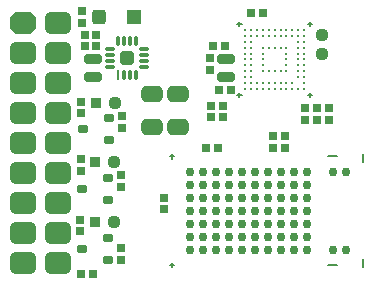
<source format=gbr>
%TF.GenerationSoftware,Altium Limited,Altium Designer,23.3.1 (30)*%
G04 Layer_Color=8388736*
%FSLAX45Y45*%
%MOMM*%
%TF.SameCoordinates,B56B3050-E4CE-4FE9-8081-1B6FDF6B35C2*%
%TF.FilePolarity,Negative*%
%TF.FileFunction,Soldermask,Top*%
%TF.Part,Single*%
G01*
G75*
%TA.AperFunction,NonConductor*%
%ADD29C,0.15000*%
%TA.AperFunction,SMDPad,CuDef*%
G04:AMPARAMS|DCode=49|XSize=0.75mm|YSize=0.75mm|CornerRadius=0.225mm|HoleSize=0mm|Usage=FLASHONLY|Rotation=270.000|XOffset=0mm|YOffset=0mm|HoleType=Round|Shape=RoundedRectangle|*
%AMROUNDEDRECTD49*
21,1,0.75000,0.30000,0,0,270.0*
21,1,0.30000,0.75000,0,0,270.0*
1,1,0.45000,-0.15000,-0.15000*
1,1,0.45000,-0.15000,0.15000*
1,1,0.45000,0.15000,0.15000*
1,1,0.45000,0.15000,-0.15000*
%
%ADD49ROUNDEDRECTD49*%
G04:AMPARAMS|DCode=50|XSize=0.75mm|YSize=0.75mm|CornerRadius=0.225mm|HoleSize=0mm|Usage=FLASHONLY|Rotation=0.000|XOffset=0mm|YOffset=0mm|HoleType=Round|Shape=RoundedRectangle|*
%AMROUNDEDRECTD50*
21,1,0.75000,0.30000,0,0,0.0*
21,1,0.30000,0.75000,0,0,0.0*
1,1,0.45000,0.15000,-0.15000*
1,1,0.45000,-0.15000,-0.15000*
1,1,0.45000,-0.15000,0.15000*
1,1,0.45000,0.15000,0.15000*
%
%ADD50ROUNDEDRECTD50*%
%TA.AperFunction,ComponentPad*%
G04:AMPARAMS|DCode=51|XSize=1.85mm|YSize=2.25mm|CornerRadius=0mm|HoleSize=0mm|Usage=FLASHONLY|Rotation=270.000|XOffset=0mm|YOffset=0mm|HoleType=Round|Shape=Octagon|*
%AMOCTAGOND51*
4,1,8,1.12500,0.46250,1.12500,-0.46250,0.66250,-0.92500,-0.66250,-0.92500,-1.12500,-0.46250,-1.12500,0.46250,-0.66250,0.92500,0.66250,0.92500,1.12500,0.46250,0.0*
%
%ADD51OCTAGOND51*%

G04:AMPARAMS|DCode=52|XSize=1.85mm|YSize=2.25mm|CornerRadius=0.5mm|HoleSize=0mm|Usage=FLASHONLY|Rotation=270.000|XOffset=0mm|YOffset=0mm|HoleType=Round|Shape=RoundedRectangle|*
%AMROUNDEDRECTD52*
21,1,1.85000,1.25001,0,0,270.0*
21,1,0.85000,2.25000,0,0,270.0*
1,1,1.00000,-0.62500,-0.42500*
1,1,1.00000,-0.62500,0.42500*
1,1,1.00000,0.62500,0.42500*
1,1,1.00000,0.62500,-0.42500*
%
%ADD52ROUNDEDRECTD52*%
%TA.AperFunction,SMDPad,CuDef*%
G04:AMPARAMS|DCode=84|XSize=0.8mm|YSize=1.5mm|CornerRadius=0.2375mm|HoleSize=0mm|Usage=FLASHONLY|Rotation=270.000|XOffset=0mm|YOffset=0mm|HoleType=Round|Shape=RoundedRectangle|*
%AMROUNDEDRECTD84*
21,1,0.80000,1.02500,0,0,270.0*
21,1,0.32500,1.50000,0,0,270.0*
1,1,0.47500,-0.51250,-0.16250*
1,1,0.47500,-0.51250,0.16250*
1,1,0.47500,0.51250,0.16250*
1,1,0.47500,0.51250,-0.16250*
%
%ADD84ROUNDEDRECTD84*%
G04:AMPARAMS|DCode=85|XSize=1.8mm|YSize=1.4mm|CornerRadius=0.3875mm|HoleSize=0mm|Usage=FLASHONLY|Rotation=180.000|XOffset=0mm|YOffset=0mm|HoleType=Round|Shape=RoundedRectangle|*
%AMROUNDEDRECTD85*
21,1,1.80000,0.62500,0,0,180.0*
21,1,1.02500,1.40000,0,0,180.0*
1,1,0.77500,-0.51250,0.31250*
1,1,0.77500,0.51250,0.31250*
1,1,0.77500,0.51250,-0.31250*
1,1,0.77500,-0.51250,-0.31250*
%
%ADD85ROUNDEDRECTD85*%
%ADD86R,0.29000X0.81000*%
G04:AMPARAMS|DCode=87|XSize=0.29mm|YSize=0.81mm|CornerRadius=0.0875mm|HoleSize=0mm|Usage=FLASHONLY|Rotation=180.000|XOffset=0mm|YOffset=0mm|HoleType=Round|Shape=RoundedRectangle|*
%AMROUNDEDRECTD87*
21,1,0.29000,0.63500,0,0,180.0*
21,1,0.11500,0.81000,0,0,180.0*
1,1,0.17500,-0.05750,0.31750*
1,1,0.17500,0.05750,0.31750*
1,1,0.17500,0.05750,-0.31750*
1,1,0.17500,-0.05750,-0.31750*
%
%ADD87ROUNDEDRECTD87*%
G04:AMPARAMS|DCode=88|XSize=0.29mm|YSize=0.81mm|CornerRadius=0.0875mm|HoleSize=0mm|Usage=FLASHONLY|Rotation=90.000|XOffset=0mm|YOffset=0mm|HoleType=Round|Shape=RoundedRectangle|*
%AMROUNDEDRECTD88*
21,1,0.29000,0.63500,0,0,90.0*
21,1,0.11500,0.81000,0,0,90.0*
1,1,0.17500,0.31750,0.05750*
1,1,0.17500,0.31750,-0.05750*
1,1,0.17500,-0.31750,-0.05750*
1,1,0.17500,-0.31750,0.05750*
%
%ADD88ROUNDEDRECTD88*%
G04:AMPARAMS|DCode=89|XSize=1.19mm|YSize=1.19mm|CornerRadius=0.3125mm|HoleSize=0mm|Usage=FLASHONLY|Rotation=90.000|XOffset=0mm|YOffset=0mm|HoleType=Round|Shape=RoundedRectangle|*
%AMROUNDEDRECTD89*
21,1,1.19000,0.56500,0,0,90.0*
21,1,0.56500,1.19000,0,0,90.0*
1,1,0.62500,0.28250,0.28250*
1,1,0.62500,0.28250,-0.28250*
1,1,0.62500,-0.28250,-0.28250*
1,1,0.62500,-0.28250,0.28250*
%
%ADD89ROUNDEDRECTD89*%
%TA.AperFunction,BGAPad,SMDef*%
%ADD90C,0.21000*%
%TA.AperFunction,BGAPad,CuDef*%
%ADD91C,0.29000*%
%ADD92C,0.75000*%
%TA.AperFunction,SMDPad,CuDef*%
G04:AMPARAMS|DCode=93|XSize=0.75mm|YSize=0.85mm|CornerRadius=0.225mm|HoleSize=0mm|Usage=FLASHONLY|Rotation=270.000|XOffset=0mm|YOffset=0mm|HoleType=Round|Shape=RoundedRectangle|*
%AMROUNDEDRECTD93*
21,1,0.75000,0.40000,0,0,270.0*
21,1,0.30000,0.85000,0,0,270.0*
1,1,0.45000,-0.20000,-0.15000*
1,1,0.45000,-0.20000,0.15000*
1,1,0.45000,0.20000,0.15000*
1,1,0.45000,0.20000,-0.15000*
%
%ADD93ROUNDEDRECTD93*%
G04:AMPARAMS|DCode=94|XSize=0.95mm|YSize=0.95mm|CornerRadius=0.275mm|HoleSize=0mm|Usage=FLASHONLY|Rotation=90.000|XOffset=0mm|YOffset=0mm|HoleType=Round|Shape=RoundedRectangle|*
%AMROUNDEDRECTD94*
21,1,0.95000,0.40000,0,0,90.0*
21,1,0.40000,0.95000,0,0,90.0*
1,1,0.55000,0.20000,0.20000*
1,1,0.55000,0.20000,-0.20000*
1,1,0.55000,-0.20000,-0.20000*
1,1,0.55000,-0.20000,0.20000*
%
%ADD94ROUNDEDRECTD94*%
%ADD95R,0.95000X0.95000*%
%ADD96R,1.25000X1.25000*%
G04:AMPARAMS|DCode=97|XSize=1.25mm|YSize=1.25mm|CornerRadius=0.35mm|HoleSize=0mm|Usage=FLASHONLY|Rotation=270.000|XOffset=0mm|YOffset=0mm|HoleType=Round|Shape=RoundedRectangle|*
%AMROUNDEDRECTD97*
21,1,1.25000,0.55000,0,0,270.0*
21,1,0.55000,1.25000,0,0,270.0*
1,1,0.70000,-0.27500,-0.27500*
1,1,0.70000,-0.27500,0.27500*
1,1,0.70000,0.27500,0.27500*
1,1,0.70000,0.27500,-0.27500*
%
%ADD97ROUNDEDRECTD97*%
G04:AMPARAMS|DCode=98|XSize=0.95mm|YSize=0.95mm|CornerRadius=0.275mm|HoleSize=0mm|Usage=FLASHONLY|Rotation=180.000|XOffset=0mm|YOffset=0mm|HoleType=Round|Shape=RoundedRectangle|*
%AMROUNDEDRECTD98*
21,1,0.95000,0.40000,0,0,180.0*
21,1,0.40000,0.95000,0,0,180.0*
1,1,0.55000,-0.20000,0.20000*
1,1,0.55000,0.20000,0.20000*
1,1,0.55000,0.20000,-0.20000*
1,1,0.55000,-0.20000,-0.20000*
%
%ADD98ROUNDEDRECTD98*%
D29*
X2570000Y2320005D02*
X2610000D01*
X2589966Y2300000D02*
Y2340000D01*
X1970000Y1720005D02*
X2010001D01*
X1989966Y1700000D02*
Y1740000D01*
X1970000Y2320005D02*
X2010001D01*
X1989966Y2300000D02*
Y2340000D01*
X2570000Y1720005D02*
X2610000D01*
X2589966Y1700000D02*
Y1740000D01*
X2745034Y1200000D02*
X2815000D01*
X3040035Y1149995D02*
Y1220000D01*
X2745000Y279997D02*
X2814966D01*
X3040035Y260000D02*
Y329995D01*
X1400000Y1199995D02*
X1440000D01*
X1400000Y279995D02*
X1440000D01*
X1420035Y260000D02*
Y300000D01*
X1420033Y1180000D02*
Y1220000D01*
D49*
X780000Y2130000D02*
D03*
X680000D02*
D03*
X780000Y2230000D02*
D03*
X680000D02*
D03*
X1920000Y1760000D02*
D03*
X1820000D02*
D03*
X2090000Y2410000D02*
D03*
X2190000D02*
D03*
X1870002Y2130001D02*
D03*
X1770002D02*
D03*
X1710000Y1270000D02*
D03*
X1810000D02*
D03*
X650000Y200000D02*
D03*
X750000D02*
D03*
D50*
X660000Y2330000D02*
D03*
Y2430000D02*
D03*
X650000Y1663289D02*
D03*
Y1563289D02*
D03*
X2550000Y1610000D02*
D03*
Y1510000D02*
D03*
X2750000Y1610000D02*
D03*
Y1510000D02*
D03*
X2650000Y1610000D02*
D03*
Y1510000D02*
D03*
X2280000Y1370000D02*
D03*
Y1270000D02*
D03*
X2380000Y1370000D02*
D03*
Y1270000D02*
D03*
X1000000Y1440000D02*
D03*
Y1540000D02*
D03*
X990000Y940000D02*
D03*
Y1040000D02*
D03*
X650000Y1173289D02*
D03*
Y1073289D02*
D03*
X1850000Y1630000D02*
D03*
Y1530000D02*
D03*
X990000Y320000D02*
D03*
Y420000D02*
D03*
X640000Y663289D02*
D03*
Y563289D02*
D03*
X1750001Y1630000D02*
D03*
Y1530000D02*
D03*
X1740000Y1930000D02*
D03*
Y2030000D02*
D03*
X1350000Y850000D02*
D03*
Y750000D02*
D03*
D51*
X160000Y2326000D02*
D03*
D52*
Y2072000D02*
D03*
Y1818000D02*
D03*
Y1564000D02*
D03*
Y1310000D02*
D03*
Y1056000D02*
D03*
Y802000D02*
D03*
X454000Y2326000D02*
D03*
Y2072000D02*
D03*
Y1818000D02*
D03*
Y1564000D02*
D03*
Y1310000D02*
D03*
Y1056000D02*
D03*
Y802000D02*
D03*
X160000Y548000D02*
D03*
Y294000D02*
D03*
X454000Y548000D02*
D03*
Y294000D02*
D03*
D84*
X750000Y2025000D02*
D03*
Y1875000D02*
D03*
X1880001Y1875000D02*
D03*
Y2025000D02*
D03*
D85*
X1250000Y1450000D02*
D03*
Y1730000D02*
D03*
X1470000Y1450000D02*
D03*
Y1730000D02*
D03*
D86*
X965000Y1885000D02*
D03*
D87*
X1015000D02*
D03*
X1065000D02*
D03*
X1115000D02*
D03*
Y2175000D02*
D03*
X1065000D02*
D03*
X1015000D02*
D03*
X965000D02*
D03*
D88*
X1185000Y1955000D02*
D03*
Y2005000D02*
D03*
Y2055000D02*
D03*
Y2105000D02*
D03*
X895000D02*
D03*
Y2055000D02*
D03*
Y2005000D02*
D03*
Y1955000D02*
D03*
D89*
X1040000Y2030000D02*
D03*
D90*
X2040000Y2270000D02*
D03*
X2540000D02*
D03*
X2090000Y2220000D02*
D03*
Y1820000D02*
D03*
X2040000Y1770000D02*
D03*
X2540000D02*
D03*
X2490000Y2220000D02*
D03*
D91*
X2090000Y2270000D02*
D03*
X2140000D02*
D03*
X2190000D02*
D03*
X2240000D02*
D03*
X2290000D02*
D03*
X2340000D02*
D03*
X2390000D02*
D03*
X2440000D02*
D03*
X2490000D02*
D03*
X2040000Y2220000D02*
D03*
X2140000D02*
D03*
X2190000D02*
D03*
X2240000D02*
D03*
X2290000D02*
D03*
X2340000D02*
D03*
X2390000D02*
D03*
X2440000D02*
D03*
X2540000D02*
D03*
X2040000Y2170000D02*
D03*
X2090000D02*
D03*
X2490000D02*
D03*
X2540000D02*
D03*
X2040000Y2120000D02*
D03*
X2090000D02*
D03*
X2190000D02*
D03*
X2240000D02*
D03*
X2290000D02*
D03*
X2340000D02*
D03*
X2390000D02*
D03*
X2490000D02*
D03*
X2540000D02*
D03*
X2040000Y2070000D02*
D03*
X2090000D02*
D03*
X2190000D02*
D03*
X2390000D02*
D03*
X2490000D02*
D03*
X2540000D02*
D03*
X2040000Y2020000D02*
D03*
X2090000D02*
D03*
X2190000D02*
D03*
X2390000D02*
D03*
X2490000D02*
D03*
X2540000D02*
D03*
X2040000Y1970000D02*
D03*
X2090000D02*
D03*
X2190000D02*
D03*
X2390000D02*
D03*
X2490000D02*
D03*
X2540000D02*
D03*
X2040000Y1920000D02*
D03*
X2090000D02*
D03*
X2190000D02*
D03*
X2240000D02*
D03*
X2290000D02*
D03*
X2340000D02*
D03*
X2390000D02*
D03*
X2490000D02*
D03*
X2540000D02*
D03*
X2040000Y1870000D02*
D03*
X2090000D02*
D03*
X2490000D02*
D03*
X2540000D02*
D03*
X2040000Y1820000D02*
D03*
X2140000D02*
D03*
X2190000D02*
D03*
X2240000D02*
D03*
X2290000D02*
D03*
X2340000D02*
D03*
X2390000D02*
D03*
X2440000D02*
D03*
X2540000D02*
D03*
X2090000Y1770000D02*
D03*
X2140000D02*
D03*
X2190000D02*
D03*
X2240000D02*
D03*
X2290000D02*
D03*
X2340000D02*
D03*
X2390000D02*
D03*
X2440000D02*
D03*
X2490000D02*
D03*
D92*
X2890000Y1070000D02*
D03*
X2780000D02*
D03*
X2560000D02*
D03*
X2450000D02*
D03*
X2340000D02*
D03*
X2230000D02*
D03*
X2120000D02*
D03*
X2010000D02*
D03*
X1900000D02*
D03*
X1790000D02*
D03*
X1680000D02*
D03*
X1570000D02*
D03*
X2560000Y960000D02*
D03*
X2450000D02*
D03*
X2340000D02*
D03*
X2230000D02*
D03*
X2120000D02*
D03*
X2010000D02*
D03*
X1900000D02*
D03*
X1790000D02*
D03*
X1680000D02*
D03*
X1570000D02*
D03*
X2560000Y850000D02*
D03*
X2450000D02*
D03*
X2340000D02*
D03*
X2230000D02*
D03*
X2120000D02*
D03*
X2010000D02*
D03*
X1900000D02*
D03*
X1790000D02*
D03*
X1680000D02*
D03*
X1570000D02*
D03*
X2560000Y740000D02*
D03*
X2450000D02*
D03*
X2340000D02*
D03*
X2230000D02*
D03*
X2120000D02*
D03*
X2010000D02*
D03*
X1900000D02*
D03*
X1790000D02*
D03*
X1680000D02*
D03*
X1570000D02*
D03*
X2560000Y630000D02*
D03*
X2450000D02*
D03*
X2340000D02*
D03*
X2230000D02*
D03*
X2120000D02*
D03*
X2010000D02*
D03*
X1900000D02*
D03*
X1790000D02*
D03*
X1680000D02*
D03*
X1570000D02*
D03*
X2560000Y520000D02*
D03*
X2450000D02*
D03*
X2340000D02*
D03*
X2230000D02*
D03*
X2120000D02*
D03*
X2010000D02*
D03*
X1900000D02*
D03*
X1790000D02*
D03*
X1680000D02*
D03*
X1570000D02*
D03*
X2890000Y410000D02*
D03*
X2780000D02*
D03*
X2560000D02*
D03*
X2450000D02*
D03*
X2340000D02*
D03*
X2230000D02*
D03*
X2120000D02*
D03*
X2010000D02*
D03*
X1900000D02*
D03*
X1790000D02*
D03*
X1680000D02*
D03*
X1570000D02*
D03*
D93*
X890000Y1338289D02*
D03*
Y1528289D02*
D03*
X670000Y1433289D02*
D03*
X880000Y828289D02*
D03*
Y1018289D02*
D03*
X660000Y923289D02*
D03*
X880000Y318289D02*
D03*
Y508289D02*
D03*
X660000Y413289D02*
D03*
D94*
X940000Y1653289D02*
D03*
X930000Y1153289D02*
D03*
Y643289D02*
D03*
D95*
X780000Y1653289D02*
D03*
X770000Y1153289D02*
D03*
Y643289D02*
D03*
D96*
X1100000Y2380000D02*
D03*
D97*
X800000D02*
D03*
D98*
X2690000Y2070000D02*
D03*
Y2230000D02*
D03*
%TF.MD5,93a52a86ec05096897b52f1e91c516ec*%
M02*

</source>
